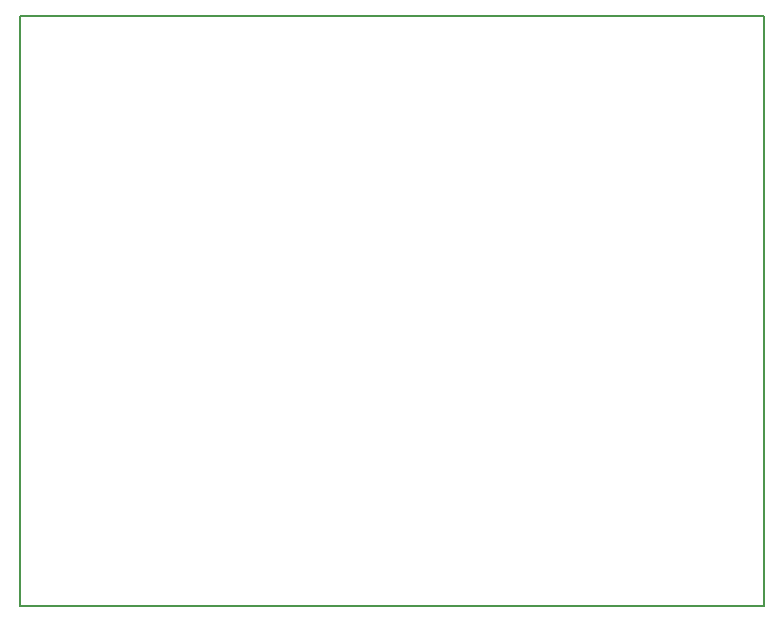
<source format=gm1>
G04 #@! TF.FileFunction,Profile,NP*
%FSLAX46Y46*%
G04 Gerber Fmt 4.6, Leading zero omitted, Abs format (unit mm)*
G04 Created by KiCad (PCBNEW 4.0.7) date 08/22/18 22:13:16*
%MOMM*%
%LPD*%
G01*
G04 APERTURE LIST*
%ADD10C,0.100000*%
%ADD11C,0.150000*%
G04 APERTURE END LIST*
D10*
D11*
X80500000Y-74500000D02*
X80500000Y-115500000D01*
X143500000Y-74500000D02*
X80500000Y-74500000D01*
X143500000Y-115500000D02*
X143500000Y-74500000D01*
X80500000Y-124500000D02*
X80500000Y-115500000D01*
X134500000Y-124500000D02*
X80500000Y-124500000D01*
X143500000Y-124500000D02*
X143500000Y-115500000D01*
X134500000Y-124500000D02*
X143500000Y-124500000D01*
M02*

</source>
